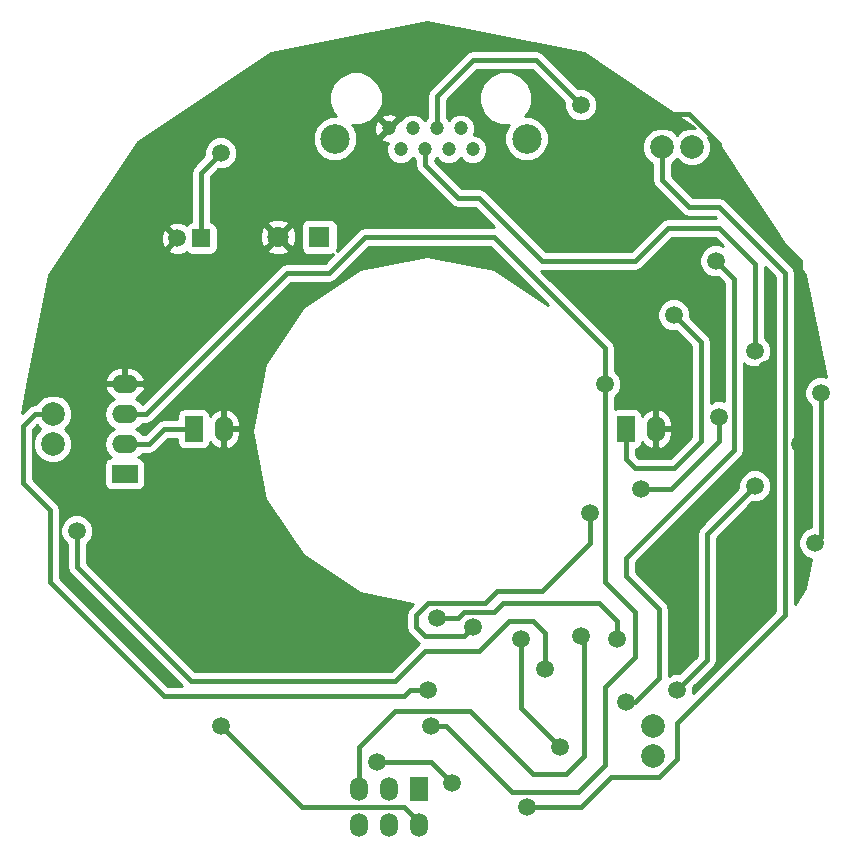
<source format=gbl>
G04 #@! TF.FileFunction,Copper,L2,Bot,Signal*
%FSLAX46Y46*%
G04 Gerber Fmt 4.6, Leading zero omitted, Abs format (unit mm)*
G04 Created by KiCad (PCBNEW 4.0.6) date 02/02/18 10:13:16*
%MOMM*%
%LPD*%
G01*
G04 APERTURE LIST*
%ADD10C,0.100000*%
%ADD11R,1.800000X1.800000*%
%ADD12C,1.800000*%
%ADD13C,1.998980*%
%ADD14R,1.524000X1.998980*%
%ADD15O,1.524000X1.998980*%
%ADD16R,1.524000X2.199640*%
%ADD17O,1.524000X2.199640*%
%ADD18R,1.500000X1.500000*%
%ADD19C,1.500000*%
%ADD20C,1.198880*%
%ADD21C,2.499360*%
%ADD22R,2.199640X1.524000*%
%ADD23O,2.199640X1.524000*%
%ADD24C,0.400000*%
%ADD25C,0.254000*%
G04 APERTURE END LIST*
D10*
D11*
X40866000Y-33528000D03*
D12*
X37366000Y-33528000D03*
D13*
X72390000Y-25908000D03*
X69850000Y-25908000D03*
X18288000Y-51054000D03*
X18288000Y-48514000D03*
D14*
X49276000Y-80269080D03*
D15*
X49276000Y-83306920D03*
X46736000Y-80269080D03*
X46736000Y-83306920D03*
X44196000Y-80269080D03*
X44196000Y-83306920D03*
D16*
X66802000Y-49784000D03*
D17*
X69342000Y-49784000D03*
D16*
X30226000Y-49784000D03*
D17*
X32766000Y-49784000D03*
D18*
X30845000Y-33655000D03*
D19*
X28845000Y-33655000D03*
D13*
X69088000Y-77470000D03*
X69088000Y-74930000D03*
D20*
X48770540Y-24328120D03*
X46741080Y-24328120D03*
X47754540Y-26108660D03*
X49784000Y-26108660D03*
X50800000Y-24328120D03*
X51813460Y-26108660D03*
X52829460Y-24328120D03*
X53842920Y-26108660D03*
D21*
X58412380Y-25217120D03*
X42171620Y-25217120D03*
D22*
X24384000Y-53594000D03*
D23*
X24384000Y-51054000D03*
X24384000Y-48514000D03*
X24384000Y-45974000D03*
D19*
X32512000Y-74930000D03*
X71120000Y-71882000D03*
X77724000Y-54610000D03*
X32512000Y-26416000D03*
X74422000Y-39370000D03*
X67056000Y-40894000D03*
X32512000Y-68326000D03*
X42926000Y-63500000D03*
X78740000Y-44704000D03*
X78232000Y-61722000D03*
X68580000Y-61722000D03*
X77724000Y-52578000D03*
X81534000Y-51054000D03*
X60706000Y-33528000D03*
X58420000Y-81788000D03*
X50038000Y-71882000D03*
X50800000Y-65786000D03*
X66040000Y-67564000D03*
X52070000Y-79756000D03*
X45720000Y-77978000D03*
X62992000Y-67310000D03*
X77724000Y-43180000D03*
X83312000Y-46736000D03*
X82804000Y-59436000D03*
X62992000Y-22352000D03*
X70866000Y-40132000D03*
X65024000Y-45974000D03*
X50292000Y-74930000D03*
X74422000Y-35560000D03*
X66802000Y-72898000D03*
X20320000Y-58420000D03*
X59944000Y-70104000D03*
X74676000Y-48768000D03*
X68072000Y-54864000D03*
X63754000Y-56896000D03*
X53848000Y-66548000D03*
X61214000Y-76708000D03*
X57912000Y-67564000D03*
D24*
X49276000Y-83058000D02*
X48006000Y-81788000D01*
X39370000Y-81788000D02*
X32512000Y-74930000D01*
X48006000Y-81788000D02*
X39370000Y-81788000D01*
X73660000Y-69342000D02*
X71120000Y-71882000D01*
X73660000Y-58674000D02*
X73660000Y-69342000D01*
X77724000Y-54610000D02*
X73660000Y-58674000D01*
X30845000Y-28083000D02*
X30845000Y-33655000D01*
X32512000Y-26416000D02*
X30845000Y-28083000D01*
X67056000Y-39878000D02*
X67056000Y-40894000D01*
X69596000Y-37338000D02*
X67056000Y-39878000D01*
X72390000Y-37338000D02*
X69596000Y-37338000D01*
X74422000Y-39370000D02*
X72390000Y-37338000D01*
X69342000Y-49784000D02*
X69342000Y-43180000D01*
X69342000Y-43180000D02*
X67056000Y-40894000D01*
X37338000Y-63500000D02*
X32512000Y-68326000D01*
X42926000Y-63500000D02*
X37338000Y-63500000D01*
X77724000Y-45720000D02*
X77724000Y-52578000D01*
X78740000Y-44704000D02*
X77724000Y-45720000D01*
X78232000Y-61722000D02*
X79248000Y-60706000D01*
X79248000Y-60706000D02*
X79248000Y-53594000D01*
X79248000Y-53594000D02*
X78232000Y-52578000D01*
X78232000Y-52578000D02*
X77724000Y-52578000D01*
X77724000Y-52578000D02*
X68580000Y-61722000D01*
X81534000Y-51054000D02*
X81534000Y-35560000D01*
X62484000Y-31750000D02*
X60706000Y-33528000D01*
X62484000Y-28956000D02*
X62484000Y-31750000D01*
X68326000Y-23114000D02*
X62484000Y-28956000D01*
X72136000Y-23114000D02*
X68326000Y-23114000D01*
X74676000Y-25654000D02*
X72136000Y-23114000D01*
X74676000Y-28702000D02*
X74676000Y-25654000D01*
X81534000Y-35560000D02*
X74676000Y-28702000D01*
X69850000Y-28702000D02*
X72136000Y-30988000D01*
X72136000Y-30988000D02*
X74676000Y-30988000D01*
X74676000Y-30988000D02*
X80264000Y-36576000D01*
X80264000Y-36576000D02*
X80264000Y-65532000D01*
X80264000Y-65532000D02*
X71120000Y-74676000D01*
X71120000Y-74676000D02*
X71120000Y-77724000D01*
X71120000Y-77724000D02*
X69596000Y-79248000D01*
X69596000Y-79248000D02*
X65532000Y-79248000D01*
X65532000Y-79248000D02*
X62992000Y-81788000D01*
X62992000Y-81788000D02*
X58420000Y-81788000D01*
X69850000Y-28702000D02*
X69850000Y-25908000D01*
X16764000Y-48514000D02*
X18288000Y-48514000D01*
X15748000Y-49530000D02*
X16764000Y-48514000D01*
X15748000Y-54356000D02*
X15748000Y-49530000D01*
X18034000Y-56642000D02*
X15748000Y-54356000D01*
X18034000Y-62738000D02*
X18034000Y-56642000D01*
X27686000Y-72390000D02*
X18034000Y-62738000D01*
X48006000Y-72390000D02*
X27686000Y-72390000D01*
X48514000Y-71882000D02*
X48006000Y-72390000D01*
X50038000Y-71882000D02*
X48514000Y-71882000D01*
X56388000Y-64516000D02*
X55626000Y-65278000D01*
X55626000Y-65278000D02*
X53086000Y-65278000D01*
X50800000Y-65786000D02*
X52578000Y-65786000D01*
X52578000Y-65786000D02*
X53086000Y-65278000D01*
X66040000Y-66040000D02*
X66040000Y-67564000D01*
X64516000Y-64516000D02*
X66040000Y-66040000D01*
X56388000Y-64516000D02*
X64516000Y-64516000D01*
X66040000Y-67564000D02*
X66040000Y-67056000D01*
X50292000Y-77978000D02*
X52070000Y-79756000D01*
X45720000Y-77978000D02*
X50292000Y-77978000D01*
X63246000Y-70612000D02*
X63246000Y-67564000D01*
X63246000Y-67564000D02*
X62992000Y-67310000D01*
X51054000Y-73660000D02*
X53594000Y-73660000D01*
X44196000Y-76708000D02*
X47244000Y-73660000D01*
X44196000Y-80518000D02*
X44196000Y-76708000D01*
X51054000Y-73660000D02*
X47244000Y-73660000D01*
X63246000Y-77470000D02*
X63246000Y-70612000D01*
X61722000Y-78994000D02*
X63246000Y-77470000D01*
X58928000Y-78994000D02*
X61722000Y-78994000D01*
X53594000Y-73660000D02*
X58928000Y-78994000D01*
X59690000Y-35560000D02*
X54356000Y-30226000D01*
X83312000Y-57404000D02*
X83312000Y-58928000D01*
X77724000Y-35814000D02*
X77724000Y-43180000D01*
X74676000Y-32766000D02*
X77724000Y-35814000D01*
X70358000Y-32766000D02*
X74676000Y-32766000D01*
X67564000Y-35560000D02*
X70358000Y-32766000D01*
X59690000Y-35560000D02*
X67564000Y-35560000D01*
X83312000Y-46736000D02*
X83312000Y-57404000D01*
X83312000Y-58928000D02*
X82804000Y-59436000D01*
X49784000Y-27432000D02*
X52578000Y-30226000D01*
X52578000Y-30226000D02*
X54356000Y-30226000D01*
X49784000Y-27432000D02*
X49784000Y-26108660D01*
X49784000Y-26108660D02*
X49784000Y-26416000D01*
X50800000Y-24328120D02*
X50800000Y-21590000D01*
X59182000Y-18542000D02*
X62992000Y-22352000D01*
X53848000Y-18542000D02*
X59182000Y-18542000D01*
X50800000Y-21590000D02*
X53848000Y-18542000D01*
X66802000Y-49784000D02*
X66802000Y-52324000D01*
X73152000Y-42418000D02*
X70866000Y-40132000D01*
X73152000Y-50800000D02*
X73152000Y-42418000D01*
X70866000Y-53086000D02*
X73152000Y-50800000D01*
X67564000Y-53086000D02*
X70866000Y-53086000D01*
X66802000Y-52324000D02*
X67564000Y-53086000D01*
X30226000Y-49784000D02*
X27686000Y-49784000D01*
X26416000Y-51054000D02*
X24384000Y-51054000D01*
X27686000Y-49784000D02*
X26416000Y-51054000D01*
X65024000Y-62738000D02*
X65024000Y-45974000D01*
X65024000Y-62738000D02*
X67564000Y-65278000D01*
X65024000Y-78232000D02*
X65024000Y-71628000D01*
X62738000Y-80518000D02*
X65024000Y-78232000D01*
X57150000Y-80518000D02*
X62738000Y-80518000D01*
X51562000Y-74930000D02*
X57150000Y-80518000D01*
X50292000Y-74930000D02*
X51562000Y-74930000D01*
X67564000Y-65278000D02*
X67564000Y-69088000D01*
X67564000Y-69088000D02*
X65024000Y-71628000D01*
X65024000Y-45974000D02*
X65024000Y-42926000D01*
X65024000Y-42926000D02*
X64770000Y-42672000D01*
X54864000Y-33528000D02*
X55626000Y-33528000D01*
X26162000Y-48514000D02*
X38100000Y-36576000D01*
X38100000Y-36576000D02*
X41656000Y-36576000D01*
X41656000Y-36576000D02*
X44704000Y-33528000D01*
X44704000Y-33528000D02*
X54864000Y-33528000D01*
X26162000Y-48514000D02*
X24384000Y-48514000D01*
X55626000Y-33528000D02*
X64770000Y-42672000D01*
X74422000Y-35560000D02*
X75946000Y-37084000D01*
X75946000Y-51562000D02*
X66802000Y-60706000D01*
X75946000Y-37084000D02*
X75946000Y-51562000D01*
X69596000Y-70866000D02*
X67564000Y-72898000D01*
X66802000Y-60706000D02*
X66802000Y-62230000D01*
X66802000Y-62230000D02*
X69596000Y-65024000D01*
X69596000Y-65024000D02*
X69596000Y-70866000D01*
X67564000Y-72898000D02*
X66802000Y-72898000D01*
X59944000Y-70104000D02*
X59944000Y-67056000D01*
X54356000Y-68580000D02*
X49784000Y-68580000D01*
X56896000Y-66040000D02*
X54356000Y-68580000D01*
X58928000Y-66040000D02*
X56896000Y-66040000D01*
X59944000Y-67056000D02*
X58928000Y-66040000D01*
X20320000Y-61468000D02*
X20320000Y-58420000D01*
X29972000Y-71120000D02*
X20320000Y-61468000D01*
X47244000Y-71120000D02*
X29972000Y-71120000D01*
X49784000Y-68580000D02*
X47244000Y-71120000D01*
X74676000Y-50800000D02*
X74676000Y-48768000D01*
X70612000Y-54864000D02*
X74676000Y-50800000D01*
X68072000Y-54864000D02*
X70612000Y-54864000D01*
X63754000Y-59436000D02*
X63754000Y-56896000D01*
X59690000Y-63500000D02*
X63754000Y-59436000D01*
X55880000Y-63500000D02*
X59690000Y-63500000D01*
X54864000Y-64516000D02*
X55880000Y-63500000D01*
X50038000Y-64516000D02*
X54864000Y-64516000D01*
X49022000Y-65532000D02*
X50038000Y-64516000D01*
X49022000Y-66548000D02*
X49022000Y-65532000D01*
X49784000Y-67310000D02*
X49022000Y-66548000D01*
X53086000Y-67310000D02*
X49784000Y-67310000D01*
X53848000Y-66548000D02*
X53086000Y-67310000D01*
X57912000Y-73406000D02*
X57912000Y-67564000D01*
X61214000Y-76708000D02*
X57912000Y-73406000D01*
D25*
G36*
X79429000Y-36921868D02*
X79429000Y-65186132D01*
X72504801Y-72110331D01*
X72505179Y-71677689D01*
X74250434Y-69932434D01*
X74299208Y-69859439D01*
X74431439Y-69661541D01*
X74495000Y-69342000D01*
X74495000Y-59019868D01*
X77520045Y-55994823D01*
X77998285Y-55995240D01*
X78507515Y-55784831D01*
X78897461Y-55395564D01*
X79108759Y-54886702D01*
X79109240Y-54335715D01*
X78898831Y-53826485D01*
X78509564Y-53436539D01*
X78000702Y-53225241D01*
X77449715Y-53224760D01*
X76940485Y-53435169D01*
X76550539Y-53824436D01*
X76339241Y-54333298D01*
X76338821Y-54814311D01*
X73069566Y-58083566D01*
X72888561Y-58354459D01*
X72825000Y-58674000D01*
X72825000Y-68996132D01*
X71323955Y-70497177D01*
X70845715Y-70496760D01*
X70431000Y-70668116D01*
X70431000Y-65024000D01*
X70417963Y-64958459D01*
X70367440Y-64704460D01*
X70186434Y-64433566D01*
X67637000Y-61884132D01*
X67637000Y-61051868D01*
X76536434Y-52152434D01*
X76717439Y-51881541D01*
X76781000Y-51562000D01*
X76781000Y-44195750D01*
X76938436Y-44353461D01*
X77447298Y-44564759D01*
X77998285Y-44565240D01*
X78507515Y-44354831D01*
X78897461Y-43965564D01*
X79108759Y-43456702D01*
X79109240Y-42905715D01*
X78898831Y-42396485D01*
X78559000Y-42056061D01*
X78559000Y-36051868D01*
X79429000Y-36921868D01*
X79429000Y-36921868D01*
G37*
X79429000Y-36921868D02*
X79429000Y-65186132D01*
X72504801Y-72110331D01*
X72505179Y-71677689D01*
X74250434Y-69932434D01*
X74299208Y-69859439D01*
X74431439Y-69661541D01*
X74495000Y-69342000D01*
X74495000Y-59019868D01*
X77520045Y-55994823D01*
X77998285Y-55995240D01*
X78507515Y-55784831D01*
X78897461Y-55395564D01*
X79108759Y-54886702D01*
X79109240Y-54335715D01*
X78898831Y-53826485D01*
X78509564Y-53436539D01*
X78000702Y-53225241D01*
X77449715Y-53224760D01*
X76940485Y-53435169D01*
X76550539Y-53824436D01*
X76339241Y-54333298D01*
X76338821Y-54814311D01*
X73069566Y-58083566D01*
X72888561Y-58354459D01*
X72825000Y-58674000D01*
X72825000Y-68996132D01*
X71323955Y-70497177D01*
X70845715Y-70496760D01*
X70431000Y-70668116D01*
X70431000Y-65024000D01*
X70417963Y-64958459D01*
X70367440Y-64704460D01*
X70186434Y-64433566D01*
X67637000Y-61884132D01*
X67637000Y-61051868D01*
X76536434Y-52152434D01*
X76717439Y-51881541D01*
X76781000Y-51562000D01*
X76781000Y-44195750D01*
X76938436Y-44353461D01*
X77447298Y-44564759D01*
X77998285Y-44565240D01*
X78507515Y-44354831D01*
X78897461Y-43965564D01*
X79108759Y-43456702D01*
X79109240Y-42905715D01*
X78898831Y-42396485D01*
X78559000Y-42056061D01*
X78559000Y-36051868D01*
X79429000Y-36921868D01*
G36*
X63258197Y-17991880D02*
X72659671Y-24273744D01*
X72066306Y-24273226D01*
X71465345Y-24521538D01*
X71119801Y-24866480D01*
X70777073Y-24523154D01*
X70176547Y-24273794D01*
X69526306Y-24273226D01*
X68925345Y-24521538D01*
X68465154Y-24980927D01*
X68215794Y-25581453D01*
X68215226Y-26231694D01*
X68463538Y-26832655D01*
X68922927Y-27292846D01*
X69015000Y-27331078D01*
X69015000Y-28702000D01*
X69078561Y-29021541D01*
X69259566Y-29292434D01*
X71545566Y-31578434D01*
X71816459Y-31759439D01*
X72136000Y-31823000D01*
X74330132Y-31823000D01*
X74438132Y-31931000D01*
X70358000Y-31931000D01*
X70038460Y-31994560D01*
X69767566Y-32175566D01*
X67218132Y-34725000D01*
X60035868Y-34725000D01*
X54946434Y-29635566D01*
X54675541Y-29454561D01*
X54356000Y-29391000D01*
X52923868Y-29391000D01*
X50619000Y-27086132D01*
X50619000Y-27019356D01*
X50798978Y-26839693D01*
X51113293Y-27154557D01*
X51566837Y-27342885D01*
X52057928Y-27343314D01*
X52511801Y-27155777D01*
X52828438Y-26839693D01*
X53142753Y-27154557D01*
X53596297Y-27342885D01*
X54087388Y-27343314D01*
X54541261Y-27155777D01*
X54888817Y-26808827D01*
X55077145Y-26355283D01*
X55077574Y-25864192D01*
X54890037Y-25410319D01*
X54543087Y-25062763D01*
X54089543Y-24874435D01*
X53939296Y-24874304D01*
X54063685Y-24574743D01*
X54064114Y-24083652D01*
X53876577Y-23629779D01*
X53529627Y-23282223D01*
X53076083Y-23093895D01*
X52584992Y-23093466D01*
X52131119Y-23281003D01*
X51814482Y-23597087D01*
X51635000Y-23417292D01*
X51635000Y-22235808D01*
X54370848Y-22235808D01*
X54714279Y-23066974D01*
X55349641Y-23703446D01*
X56180206Y-24048327D01*
X56914904Y-24048968D01*
X56815558Y-24148141D01*
X56528028Y-24840589D01*
X56527374Y-25590361D01*
X56813694Y-26283311D01*
X57343401Y-26813942D01*
X58035849Y-27101472D01*
X58785621Y-27102126D01*
X59478571Y-26815806D01*
X60009202Y-26286099D01*
X60296732Y-25593651D01*
X60297386Y-24843879D01*
X60011066Y-24150929D01*
X59481359Y-23620298D01*
X58788911Y-23332768D01*
X58284699Y-23332328D01*
X58547166Y-23070319D01*
X58892047Y-22239754D01*
X58892832Y-21340432D01*
X58549401Y-20509266D01*
X57914039Y-19872794D01*
X57083474Y-19527913D01*
X56184152Y-19527128D01*
X55352986Y-19870559D01*
X54716514Y-20505921D01*
X54371633Y-21336486D01*
X54370848Y-22235808D01*
X51635000Y-22235808D01*
X51635000Y-21935868D01*
X54193868Y-19377000D01*
X58836132Y-19377000D01*
X61607177Y-22148045D01*
X61606760Y-22626285D01*
X61817169Y-23135515D01*
X62206436Y-23525461D01*
X62715298Y-23736759D01*
X63266285Y-23737240D01*
X63775515Y-23526831D01*
X64165461Y-23137564D01*
X64376759Y-22628702D01*
X64377240Y-22077715D01*
X64166831Y-21568485D01*
X63777564Y-21178539D01*
X63268702Y-20967241D01*
X62787689Y-20966821D01*
X59772434Y-17951566D01*
X59501541Y-17770561D01*
X59182000Y-17707000D01*
X53848000Y-17707000D01*
X53528459Y-17770561D01*
X53257566Y-17951566D01*
X50209566Y-20999566D01*
X50028561Y-21270459D01*
X49965000Y-21590000D01*
X49965000Y-23417424D01*
X49785022Y-23597087D01*
X49470707Y-23282223D01*
X49017163Y-23093895D01*
X48526072Y-23093466D01*
X48072199Y-23281003D01*
X47724643Y-23627953D01*
X47707882Y-23668317D01*
X47603409Y-23645396D01*
X46920685Y-24328120D01*
X46934828Y-24342263D01*
X46755223Y-24521868D01*
X46741080Y-24507725D01*
X46058356Y-25190449D01*
X46107801Y-25415820D01*
X46572251Y-25575369D01*
X46641120Y-25571107D01*
X46520315Y-25862037D01*
X46519886Y-26353128D01*
X46707423Y-26807001D01*
X47054373Y-27154557D01*
X47507917Y-27342885D01*
X47999008Y-27343314D01*
X48452881Y-27155777D01*
X48769518Y-26839693D01*
X48949000Y-27019488D01*
X48949000Y-27432000D01*
X49012561Y-27751541D01*
X49193566Y-28022434D01*
X51987566Y-30816434D01*
X52258460Y-30997440D01*
X52578000Y-31061000D01*
X54010132Y-31061000D01*
X55646138Y-32697006D01*
X55626000Y-32693000D01*
X44704000Y-32693000D01*
X44384459Y-32756561D01*
X44113566Y-32937566D01*
X42343423Y-34707709D01*
X42362431Y-34679890D01*
X42413440Y-34428000D01*
X42413440Y-32628000D01*
X42369162Y-32392683D01*
X42230090Y-32176559D01*
X42017890Y-32031569D01*
X41766000Y-31980560D01*
X39966000Y-31980560D01*
X39730683Y-32024838D01*
X39514559Y-32163910D01*
X39369569Y-32376110D01*
X39318560Y-32628000D01*
X39318560Y-34428000D01*
X39362838Y-34663317D01*
X39501910Y-34879441D01*
X39714110Y-35024431D01*
X39966000Y-35075440D01*
X41766000Y-35075440D01*
X42001317Y-35031162D01*
X42053637Y-34997495D01*
X41310132Y-35741000D01*
X38100000Y-35741000D01*
X37780460Y-35804560D01*
X37509566Y-35985565D01*
X25833888Y-47661244D01*
X25743635Y-47526172D01*
X25308394Y-47235353D01*
X25373761Y-47216059D01*
X25799450Y-46872026D01*
X26061080Y-46391277D01*
X26076040Y-46317070D01*
X25953540Y-46101000D01*
X24511000Y-46101000D01*
X24511000Y-46121000D01*
X24257000Y-46121000D01*
X24257000Y-46101000D01*
X22814460Y-46101000D01*
X22691960Y-46317070D01*
X22706920Y-46391277D01*
X22968550Y-46872026D01*
X23394239Y-47216059D01*
X23459606Y-47235353D01*
X23024365Y-47526172D01*
X22721533Y-47979391D01*
X22615193Y-48514000D01*
X22721533Y-49048609D01*
X23024365Y-49501828D01*
X23446664Y-49784000D01*
X23024365Y-50066172D01*
X22721533Y-50519391D01*
X22615193Y-51054000D01*
X22721533Y-51588609D01*
X23024365Y-52041828D01*
X23248130Y-52191343D01*
X23048863Y-52228838D01*
X22832739Y-52367910D01*
X22687749Y-52580110D01*
X22636740Y-52832000D01*
X22636740Y-54356000D01*
X22681018Y-54591317D01*
X22820090Y-54807441D01*
X23032290Y-54952431D01*
X23284180Y-55003440D01*
X25483820Y-55003440D01*
X25719137Y-54959162D01*
X25935261Y-54820090D01*
X26080251Y-54607890D01*
X26131260Y-54356000D01*
X26131260Y-52832000D01*
X26086982Y-52596683D01*
X25947910Y-52380559D01*
X25735710Y-52235569D01*
X25519276Y-52191740D01*
X25743635Y-52041828D01*
X25845752Y-51889000D01*
X26416000Y-51889000D01*
X26735541Y-51825439D01*
X27006434Y-51644434D01*
X28031868Y-50619000D01*
X28816560Y-50619000D01*
X28816560Y-50883820D01*
X28860838Y-51119137D01*
X28999910Y-51335261D01*
X29212110Y-51480251D01*
X29464000Y-51531260D01*
X30988000Y-51531260D01*
X31223317Y-51486982D01*
X31439441Y-51347910D01*
X31584431Y-51135710D01*
X31630921Y-50906133D01*
X31867974Y-51199450D01*
X32348723Y-51461080D01*
X32422930Y-51476040D01*
X32639000Y-51353540D01*
X32639000Y-49911000D01*
X32893000Y-49911000D01*
X32893000Y-51353540D01*
X33109070Y-51476040D01*
X33183277Y-51461080D01*
X33664026Y-51199450D01*
X34008059Y-50773761D01*
X34163000Y-50248820D01*
X34163000Y-49911000D01*
X32893000Y-49911000D01*
X32639000Y-49911000D01*
X32619000Y-49911000D01*
X32619000Y-49657000D01*
X32639000Y-49657000D01*
X32639000Y-48214460D01*
X32893000Y-48214460D01*
X32893000Y-49657000D01*
X34163000Y-49657000D01*
X34163000Y-49319180D01*
X34008059Y-48794239D01*
X33664026Y-48368550D01*
X33183277Y-48106920D01*
X33109070Y-48091960D01*
X32893000Y-48214460D01*
X32639000Y-48214460D01*
X32422930Y-48091960D01*
X32348723Y-48106920D01*
X31867974Y-48368550D01*
X31631181Y-48661546D01*
X31591162Y-48448863D01*
X31452090Y-48232739D01*
X31239890Y-48087749D01*
X30988000Y-48036740D01*
X29464000Y-48036740D01*
X29228683Y-48081018D01*
X29012559Y-48220090D01*
X28867569Y-48432290D01*
X28816560Y-48684180D01*
X28816560Y-48949000D01*
X27686000Y-48949000D01*
X27366459Y-49012561D01*
X27095566Y-49193566D01*
X26070132Y-50219000D01*
X25845752Y-50219000D01*
X25743635Y-50066172D01*
X25321336Y-49784000D01*
X25743635Y-49501828D01*
X25845752Y-49349000D01*
X26162000Y-49349000D01*
X26481541Y-49285439D01*
X26752434Y-49104434D01*
X38445869Y-37411000D01*
X41656000Y-37411000D01*
X41975541Y-37347439D01*
X42246434Y-37166434D01*
X45049868Y-34363000D01*
X55280132Y-34363000D01*
X60239977Y-39322845D01*
X55683666Y-36278416D01*
X50000000Y-35147864D01*
X44316334Y-36278416D01*
X39497954Y-39497954D01*
X36278416Y-44316334D01*
X35147864Y-50000000D01*
X36278416Y-55683666D01*
X39497954Y-60502046D01*
X44316334Y-63721584D01*
X48766379Y-64606753D01*
X48431566Y-64941566D01*
X48250561Y-65212459D01*
X48187000Y-65532000D01*
X48187000Y-66548000D01*
X48250561Y-66867541D01*
X48431566Y-67138434D01*
X49193566Y-67900434D01*
X49260264Y-67945000D01*
X49193566Y-67989566D01*
X46898132Y-70285000D01*
X30317868Y-70285000D01*
X21155000Y-61122132D01*
X21155000Y-59543436D01*
X21493461Y-59205564D01*
X21704759Y-58696702D01*
X21705240Y-58145715D01*
X21494831Y-57636485D01*
X21105564Y-57246539D01*
X20596702Y-57035241D01*
X20045715Y-57034760D01*
X19536485Y-57245169D01*
X19146539Y-57634436D01*
X18935241Y-58143298D01*
X18934760Y-58694285D01*
X19145169Y-59203515D01*
X19485000Y-59543939D01*
X19485000Y-61468000D01*
X19548561Y-61787541D01*
X19729566Y-62058434D01*
X29226132Y-71555000D01*
X28031868Y-71555000D01*
X18869000Y-62392132D01*
X18869000Y-56642000D01*
X18805439Y-56322459D01*
X18624434Y-56051566D01*
X16583000Y-54010132D01*
X16583000Y-49875868D01*
X16960824Y-49498044D01*
X17246480Y-49784199D01*
X16903154Y-50126927D01*
X16653794Y-50727453D01*
X16653226Y-51377694D01*
X16901538Y-51978655D01*
X17360927Y-52438846D01*
X17961453Y-52688206D01*
X18611694Y-52688774D01*
X19212655Y-52440462D01*
X19672846Y-51981073D01*
X19922206Y-51380547D01*
X19922774Y-50730306D01*
X19674462Y-50129345D01*
X19329520Y-49783801D01*
X19672846Y-49441073D01*
X19922206Y-48840547D01*
X19922774Y-48190306D01*
X19674462Y-47589345D01*
X19215073Y-47129154D01*
X18614547Y-46879794D01*
X17964306Y-46879226D01*
X17363345Y-47127538D01*
X16903154Y-47586927D01*
X16864922Y-47679000D01*
X16764000Y-47679000D01*
X16444459Y-47742561D01*
X16194676Y-47909461D01*
X16173566Y-47923566D01*
X15666909Y-48430223D01*
X16223722Y-45630930D01*
X22691960Y-45630930D01*
X22814460Y-45847000D01*
X24257000Y-45847000D01*
X24257000Y-44577000D01*
X24511000Y-44577000D01*
X24511000Y-45847000D01*
X25953540Y-45847000D01*
X26076040Y-45630930D01*
X26061080Y-45556723D01*
X25799450Y-45075974D01*
X25373761Y-44731941D01*
X24848820Y-44577000D01*
X24511000Y-44577000D01*
X24257000Y-44577000D01*
X23919180Y-44577000D01*
X23394239Y-44731941D01*
X22968550Y-45075974D01*
X22706920Y-45556723D01*
X22691960Y-45630930D01*
X16223722Y-45630930D01*
X17991880Y-36741803D01*
X20191278Y-33450171D01*
X27447799Y-33450171D01*
X27475770Y-34000448D01*
X27632540Y-34378923D01*
X27873483Y-34446912D01*
X28665395Y-33655000D01*
X27873483Y-32863088D01*
X27632540Y-32931077D01*
X27447799Y-33450171D01*
X20191278Y-33450171D01*
X20703562Y-32683483D01*
X28053088Y-32683483D01*
X28845000Y-33475395D01*
X28859143Y-33461253D01*
X29038748Y-33640858D01*
X29024605Y-33655000D01*
X29038748Y-33669143D01*
X28859143Y-33848748D01*
X28845000Y-33834605D01*
X28053088Y-34626517D01*
X28121077Y-34867460D01*
X28640171Y-35052201D01*
X29190448Y-35024230D01*
X29568923Y-34867460D01*
X29589981Y-34792835D01*
X29630910Y-34856441D01*
X29843110Y-35001431D01*
X30095000Y-35052440D01*
X31595000Y-35052440D01*
X31830317Y-35008162D01*
X32046441Y-34869090D01*
X32191431Y-34656890D01*
X32201299Y-34608159D01*
X36465446Y-34608159D01*
X36551852Y-34864643D01*
X37125336Y-35074458D01*
X37735460Y-35048839D01*
X38180148Y-34864643D01*
X38266554Y-34608159D01*
X37366000Y-33707605D01*
X36465446Y-34608159D01*
X32201299Y-34608159D01*
X32242440Y-34405000D01*
X32242440Y-33287336D01*
X35819542Y-33287336D01*
X35845161Y-33897460D01*
X36029357Y-34342148D01*
X36285841Y-34428554D01*
X37186395Y-33528000D01*
X37545605Y-33528000D01*
X38446159Y-34428554D01*
X38702643Y-34342148D01*
X38912458Y-33768664D01*
X38886839Y-33158540D01*
X38702643Y-32713852D01*
X38446159Y-32627446D01*
X37545605Y-33528000D01*
X37186395Y-33528000D01*
X36285841Y-32627446D01*
X36029357Y-32713852D01*
X35819542Y-33287336D01*
X32242440Y-33287336D01*
X32242440Y-32905000D01*
X32198162Y-32669683D01*
X32059090Y-32453559D01*
X32050722Y-32447841D01*
X36465446Y-32447841D01*
X37366000Y-33348395D01*
X38266554Y-32447841D01*
X38180148Y-32191357D01*
X37606664Y-31981542D01*
X36996540Y-32007161D01*
X36551852Y-32191357D01*
X36465446Y-32447841D01*
X32050722Y-32447841D01*
X31846890Y-32308569D01*
X31680000Y-32274773D01*
X31680000Y-28428868D01*
X32308045Y-27800823D01*
X32786285Y-27801240D01*
X33295515Y-27590831D01*
X33685461Y-27201564D01*
X33896759Y-26692702D01*
X33897240Y-26141715D01*
X33686831Y-25632485D01*
X33644781Y-25590361D01*
X40286614Y-25590361D01*
X40572934Y-26283311D01*
X41102641Y-26813942D01*
X41795089Y-27101472D01*
X42544861Y-27102126D01*
X43237811Y-26815806D01*
X43768442Y-26286099D01*
X44055972Y-25593651D01*
X44056626Y-24843879D01*
X43773762Y-24159291D01*
X45493831Y-24159291D01*
X45524164Y-24649444D01*
X45653380Y-24961399D01*
X45878751Y-25010844D01*
X46561475Y-24328120D01*
X45878751Y-23645396D01*
X45653380Y-23694841D01*
X45493831Y-24159291D01*
X43773762Y-24159291D01*
X43770306Y-24150929D01*
X43668029Y-24048473D01*
X44399848Y-24049112D01*
X45231014Y-23705681D01*
X45471323Y-23465791D01*
X46058356Y-23465791D01*
X46741080Y-24148515D01*
X47423804Y-23465791D01*
X47374359Y-23240420D01*
X46909909Y-23080871D01*
X46419756Y-23111204D01*
X46107801Y-23240420D01*
X46058356Y-23465791D01*
X45471323Y-23465791D01*
X45867486Y-23070319D01*
X46212367Y-22239754D01*
X46213152Y-21340432D01*
X45869721Y-20509266D01*
X45234359Y-19872794D01*
X44403794Y-19527913D01*
X43504472Y-19527128D01*
X42673306Y-19870559D01*
X42036834Y-20505921D01*
X41691953Y-21336486D01*
X41691168Y-22235808D01*
X42034599Y-23066974D01*
X42299713Y-23332551D01*
X41798379Y-23332114D01*
X41105429Y-23618434D01*
X40574798Y-24148141D01*
X40287268Y-24840589D01*
X40286614Y-25590361D01*
X33644781Y-25590361D01*
X33297564Y-25242539D01*
X32788702Y-25031241D01*
X32237715Y-25030760D01*
X31728485Y-25241169D01*
X31338539Y-25630436D01*
X31127241Y-26139298D01*
X31126821Y-26620311D01*
X30254566Y-27492566D01*
X30073561Y-27763459D01*
X30010000Y-28083000D01*
X30010000Y-32273554D01*
X29859683Y-32301838D01*
X29643559Y-32440910D01*
X29590412Y-32518693D01*
X29568923Y-32442540D01*
X29049829Y-32257799D01*
X28499552Y-32285770D01*
X28121077Y-32442540D01*
X28053088Y-32683483D01*
X20703562Y-32683483D01*
X25502046Y-25502046D01*
X36741803Y-17991880D01*
X50000000Y-15354661D01*
X63258197Y-17991880D01*
X63258197Y-17991880D01*
G37*
X63258197Y-17991880D02*
X72659671Y-24273744D01*
X72066306Y-24273226D01*
X71465345Y-24521538D01*
X71119801Y-24866480D01*
X70777073Y-24523154D01*
X70176547Y-24273794D01*
X69526306Y-24273226D01*
X68925345Y-24521538D01*
X68465154Y-24980927D01*
X68215794Y-25581453D01*
X68215226Y-26231694D01*
X68463538Y-26832655D01*
X68922927Y-27292846D01*
X69015000Y-27331078D01*
X69015000Y-28702000D01*
X69078561Y-29021541D01*
X69259566Y-29292434D01*
X71545566Y-31578434D01*
X71816459Y-31759439D01*
X72136000Y-31823000D01*
X74330132Y-31823000D01*
X74438132Y-31931000D01*
X70358000Y-31931000D01*
X70038460Y-31994560D01*
X69767566Y-32175566D01*
X67218132Y-34725000D01*
X60035868Y-34725000D01*
X54946434Y-29635566D01*
X54675541Y-29454561D01*
X54356000Y-29391000D01*
X52923868Y-29391000D01*
X50619000Y-27086132D01*
X50619000Y-27019356D01*
X50798978Y-26839693D01*
X51113293Y-27154557D01*
X51566837Y-27342885D01*
X52057928Y-27343314D01*
X52511801Y-27155777D01*
X52828438Y-26839693D01*
X53142753Y-27154557D01*
X53596297Y-27342885D01*
X54087388Y-27343314D01*
X54541261Y-27155777D01*
X54888817Y-26808827D01*
X55077145Y-26355283D01*
X55077574Y-25864192D01*
X54890037Y-25410319D01*
X54543087Y-25062763D01*
X54089543Y-24874435D01*
X53939296Y-24874304D01*
X54063685Y-24574743D01*
X54064114Y-24083652D01*
X53876577Y-23629779D01*
X53529627Y-23282223D01*
X53076083Y-23093895D01*
X52584992Y-23093466D01*
X52131119Y-23281003D01*
X51814482Y-23597087D01*
X51635000Y-23417292D01*
X51635000Y-22235808D01*
X54370848Y-22235808D01*
X54714279Y-23066974D01*
X55349641Y-23703446D01*
X56180206Y-24048327D01*
X56914904Y-24048968D01*
X56815558Y-24148141D01*
X56528028Y-24840589D01*
X56527374Y-25590361D01*
X56813694Y-26283311D01*
X57343401Y-26813942D01*
X58035849Y-27101472D01*
X58785621Y-27102126D01*
X59478571Y-26815806D01*
X60009202Y-26286099D01*
X60296732Y-25593651D01*
X60297386Y-24843879D01*
X60011066Y-24150929D01*
X59481359Y-23620298D01*
X58788911Y-23332768D01*
X58284699Y-23332328D01*
X58547166Y-23070319D01*
X58892047Y-22239754D01*
X58892832Y-21340432D01*
X58549401Y-20509266D01*
X57914039Y-19872794D01*
X57083474Y-19527913D01*
X56184152Y-19527128D01*
X55352986Y-19870559D01*
X54716514Y-20505921D01*
X54371633Y-21336486D01*
X54370848Y-22235808D01*
X51635000Y-22235808D01*
X51635000Y-21935868D01*
X54193868Y-19377000D01*
X58836132Y-19377000D01*
X61607177Y-22148045D01*
X61606760Y-22626285D01*
X61817169Y-23135515D01*
X62206436Y-23525461D01*
X62715298Y-23736759D01*
X63266285Y-23737240D01*
X63775515Y-23526831D01*
X64165461Y-23137564D01*
X64376759Y-22628702D01*
X64377240Y-22077715D01*
X64166831Y-21568485D01*
X63777564Y-21178539D01*
X63268702Y-20967241D01*
X62787689Y-20966821D01*
X59772434Y-17951566D01*
X59501541Y-17770561D01*
X59182000Y-17707000D01*
X53848000Y-17707000D01*
X53528459Y-17770561D01*
X53257566Y-17951566D01*
X50209566Y-20999566D01*
X50028561Y-21270459D01*
X49965000Y-21590000D01*
X49965000Y-23417424D01*
X49785022Y-23597087D01*
X49470707Y-23282223D01*
X49017163Y-23093895D01*
X48526072Y-23093466D01*
X48072199Y-23281003D01*
X47724643Y-23627953D01*
X47707882Y-23668317D01*
X47603409Y-23645396D01*
X46920685Y-24328120D01*
X46934828Y-24342263D01*
X46755223Y-24521868D01*
X46741080Y-24507725D01*
X46058356Y-25190449D01*
X46107801Y-25415820D01*
X46572251Y-25575369D01*
X46641120Y-25571107D01*
X46520315Y-25862037D01*
X46519886Y-26353128D01*
X46707423Y-26807001D01*
X47054373Y-27154557D01*
X47507917Y-27342885D01*
X47999008Y-27343314D01*
X48452881Y-27155777D01*
X48769518Y-26839693D01*
X48949000Y-27019488D01*
X48949000Y-27432000D01*
X49012561Y-27751541D01*
X49193566Y-28022434D01*
X51987566Y-30816434D01*
X52258460Y-30997440D01*
X52578000Y-31061000D01*
X54010132Y-31061000D01*
X55646138Y-32697006D01*
X55626000Y-32693000D01*
X44704000Y-32693000D01*
X44384459Y-32756561D01*
X44113566Y-32937566D01*
X42343423Y-34707709D01*
X42362431Y-34679890D01*
X42413440Y-34428000D01*
X42413440Y-32628000D01*
X42369162Y-32392683D01*
X42230090Y-32176559D01*
X42017890Y-32031569D01*
X41766000Y-31980560D01*
X39966000Y-31980560D01*
X39730683Y-32024838D01*
X39514559Y-32163910D01*
X39369569Y-32376110D01*
X39318560Y-32628000D01*
X39318560Y-34428000D01*
X39362838Y-34663317D01*
X39501910Y-34879441D01*
X39714110Y-35024431D01*
X39966000Y-35075440D01*
X41766000Y-35075440D01*
X42001317Y-35031162D01*
X42053637Y-34997495D01*
X41310132Y-35741000D01*
X38100000Y-35741000D01*
X37780460Y-35804560D01*
X37509566Y-35985565D01*
X25833888Y-47661244D01*
X25743635Y-47526172D01*
X25308394Y-47235353D01*
X25373761Y-47216059D01*
X25799450Y-46872026D01*
X26061080Y-46391277D01*
X26076040Y-46317070D01*
X25953540Y-46101000D01*
X24511000Y-46101000D01*
X24511000Y-46121000D01*
X24257000Y-46121000D01*
X24257000Y-46101000D01*
X22814460Y-46101000D01*
X22691960Y-46317070D01*
X22706920Y-46391277D01*
X22968550Y-46872026D01*
X23394239Y-47216059D01*
X23459606Y-47235353D01*
X23024365Y-47526172D01*
X22721533Y-47979391D01*
X22615193Y-48514000D01*
X22721533Y-49048609D01*
X23024365Y-49501828D01*
X23446664Y-49784000D01*
X23024365Y-50066172D01*
X22721533Y-50519391D01*
X22615193Y-51054000D01*
X22721533Y-51588609D01*
X23024365Y-52041828D01*
X23248130Y-52191343D01*
X23048863Y-52228838D01*
X22832739Y-52367910D01*
X22687749Y-52580110D01*
X22636740Y-52832000D01*
X22636740Y-54356000D01*
X22681018Y-54591317D01*
X22820090Y-54807441D01*
X23032290Y-54952431D01*
X23284180Y-55003440D01*
X25483820Y-55003440D01*
X25719137Y-54959162D01*
X25935261Y-54820090D01*
X26080251Y-54607890D01*
X26131260Y-54356000D01*
X26131260Y-52832000D01*
X26086982Y-52596683D01*
X25947910Y-52380559D01*
X25735710Y-52235569D01*
X25519276Y-52191740D01*
X25743635Y-52041828D01*
X25845752Y-51889000D01*
X26416000Y-51889000D01*
X26735541Y-51825439D01*
X27006434Y-51644434D01*
X28031868Y-50619000D01*
X28816560Y-50619000D01*
X28816560Y-50883820D01*
X28860838Y-51119137D01*
X28999910Y-51335261D01*
X29212110Y-51480251D01*
X29464000Y-51531260D01*
X30988000Y-51531260D01*
X31223317Y-51486982D01*
X31439441Y-51347910D01*
X31584431Y-51135710D01*
X31630921Y-50906133D01*
X31867974Y-51199450D01*
X32348723Y-51461080D01*
X32422930Y-51476040D01*
X32639000Y-51353540D01*
X32639000Y-49911000D01*
X32893000Y-49911000D01*
X32893000Y-51353540D01*
X33109070Y-51476040D01*
X33183277Y-51461080D01*
X33664026Y-51199450D01*
X34008059Y-50773761D01*
X34163000Y-50248820D01*
X34163000Y-49911000D01*
X32893000Y-49911000D01*
X32639000Y-49911000D01*
X32619000Y-49911000D01*
X32619000Y-49657000D01*
X32639000Y-49657000D01*
X32639000Y-48214460D01*
X32893000Y-48214460D01*
X32893000Y-49657000D01*
X34163000Y-49657000D01*
X34163000Y-49319180D01*
X34008059Y-48794239D01*
X33664026Y-48368550D01*
X33183277Y-48106920D01*
X33109070Y-48091960D01*
X32893000Y-48214460D01*
X32639000Y-48214460D01*
X32422930Y-48091960D01*
X32348723Y-48106920D01*
X31867974Y-48368550D01*
X31631181Y-48661546D01*
X31591162Y-48448863D01*
X31452090Y-48232739D01*
X31239890Y-48087749D01*
X30988000Y-48036740D01*
X29464000Y-48036740D01*
X29228683Y-48081018D01*
X29012559Y-48220090D01*
X28867569Y-48432290D01*
X28816560Y-48684180D01*
X28816560Y-48949000D01*
X27686000Y-48949000D01*
X27366459Y-49012561D01*
X27095566Y-49193566D01*
X26070132Y-50219000D01*
X25845752Y-50219000D01*
X25743635Y-50066172D01*
X25321336Y-49784000D01*
X25743635Y-49501828D01*
X25845752Y-49349000D01*
X26162000Y-49349000D01*
X26481541Y-49285439D01*
X26752434Y-49104434D01*
X38445869Y-37411000D01*
X41656000Y-37411000D01*
X41975541Y-37347439D01*
X42246434Y-37166434D01*
X45049868Y-34363000D01*
X55280132Y-34363000D01*
X60239977Y-39322845D01*
X55683666Y-36278416D01*
X50000000Y-35147864D01*
X44316334Y-36278416D01*
X39497954Y-39497954D01*
X36278416Y-44316334D01*
X35147864Y-50000000D01*
X36278416Y-55683666D01*
X39497954Y-60502046D01*
X44316334Y-63721584D01*
X48766379Y-64606753D01*
X48431566Y-64941566D01*
X48250561Y-65212459D01*
X48187000Y-65532000D01*
X48187000Y-66548000D01*
X48250561Y-66867541D01*
X48431566Y-67138434D01*
X49193566Y-67900434D01*
X49260264Y-67945000D01*
X49193566Y-67989566D01*
X46898132Y-70285000D01*
X30317868Y-70285000D01*
X21155000Y-61122132D01*
X21155000Y-59543436D01*
X21493461Y-59205564D01*
X21704759Y-58696702D01*
X21705240Y-58145715D01*
X21494831Y-57636485D01*
X21105564Y-57246539D01*
X20596702Y-57035241D01*
X20045715Y-57034760D01*
X19536485Y-57245169D01*
X19146539Y-57634436D01*
X18935241Y-58143298D01*
X18934760Y-58694285D01*
X19145169Y-59203515D01*
X19485000Y-59543939D01*
X19485000Y-61468000D01*
X19548561Y-61787541D01*
X19729566Y-62058434D01*
X29226132Y-71555000D01*
X28031868Y-71555000D01*
X18869000Y-62392132D01*
X18869000Y-56642000D01*
X18805439Y-56322459D01*
X18624434Y-56051566D01*
X16583000Y-54010132D01*
X16583000Y-49875868D01*
X16960824Y-49498044D01*
X17246480Y-49784199D01*
X16903154Y-50126927D01*
X16653794Y-50727453D01*
X16653226Y-51377694D01*
X16901538Y-51978655D01*
X17360927Y-52438846D01*
X17961453Y-52688206D01*
X18611694Y-52688774D01*
X19212655Y-52440462D01*
X19672846Y-51981073D01*
X19922206Y-51380547D01*
X19922774Y-50730306D01*
X19674462Y-50129345D01*
X19329520Y-49783801D01*
X19672846Y-49441073D01*
X19922206Y-48840547D01*
X19922774Y-48190306D01*
X19674462Y-47589345D01*
X19215073Y-47129154D01*
X18614547Y-46879794D01*
X17964306Y-46879226D01*
X17363345Y-47127538D01*
X16903154Y-47586927D01*
X16864922Y-47679000D01*
X16764000Y-47679000D01*
X16444459Y-47742561D01*
X16194676Y-47909461D01*
X16173566Y-47923566D01*
X15666909Y-48430223D01*
X16223722Y-45630930D01*
X22691960Y-45630930D01*
X22814460Y-45847000D01*
X24257000Y-45847000D01*
X24257000Y-44577000D01*
X24511000Y-44577000D01*
X24511000Y-45847000D01*
X25953540Y-45847000D01*
X26076040Y-45630930D01*
X26061080Y-45556723D01*
X25799450Y-45075974D01*
X25373761Y-44731941D01*
X24848820Y-44577000D01*
X24511000Y-44577000D01*
X24257000Y-44577000D01*
X23919180Y-44577000D01*
X23394239Y-44731941D01*
X22968550Y-45075974D01*
X22706920Y-45556723D01*
X22691960Y-45630930D01*
X16223722Y-45630930D01*
X17991880Y-36741803D01*
X20191278Y-33450171D01*
X27447799Y-33450171D01*
X27475770Y-34000448D01*
X27632540Y-34378923D01*
X27873483Y-34446912D01*
X28665395Y-33655000D01*
X27873483Y-32863088D01*
X27632540Y-32931077D01*
X27447799Y-33450171D01*
X20191278Y-33450171D01*
X20703562Y-32683483D01*
X28053088Y-32683483D01*
X28845000Y-33475395D01*
X28859143Y-33461253D01*
X29038748Y-33640858D01*
X29024605Y-33655000D01*
X29038748Y-33669143D01*
X28859143Y-33848748D01*
X28845000Y-33834605D01*
X28053088Y-34626517D01*
X28121077Y-34867460D01*
X28640171Y-35052201D01*
X29190448Y-35024230D01*
X29568923Y-34867460D01*
X29589981Y-34792835D01*
X29630910Y-34856441D01*
X29843110Y-35001431D01*
X30095000Y-35052440D01*
X31595000Y-35052440D01*
X31830317Y-35008162D01*
X32046441Y-34869090D01*
X32191431Y-34656890D01*
X32201299Y-34608159D01*
X36465446Y-34608159D01*
X36551852Y-34864643D01*
X37125336Y-35074458D01*
X37735460Y-35048839D01*
X38180148Y-34864643D01*
X38266554Y-34608159D01*
X37366000Y-33707605D01*
X36465446Y-34608159D01*
X32201299Y-34608159D01*
X32242440Y-34405000D01*
X32242440Y-33287336D01*
X35819542Y-33287336D01*
X35845161Y-33897460D01*
X36029357Y-34342148D01*
X36285841Y-34428554D01*
X37186395Y-33528000D01*
X37545605Y-33528000D01*
X38446159Y-34428554D01*
X38702643Y-34342148D01*
X38912458Y-33768664D01*
X38886839Y-33158540D01*
X38702643Y-32713852D01*
X38446159Y-32627446D01*
X37545605Y-33528000D01*
X37186395Y-33528000D01*
X36285841Y-32627446D01*
X36029357Y-32713852D01*
X35819542Y-33287336D01*
X32242440Y-33287336D01*
X32242440Y-32905000D01*
X32198162Y-32669683D01*
X32059090Y-32453559D01*
X32050722Y-32447841D01*
X36465446Y-32447841D01*
X37366000Y-33348395D01*
X38266554Y-32447841D01*
X38180148Y-32191357D01*
X37606664Y-31981542D01*
X36996540Y-32007161D01*
X36551852Y-32191357D01*
X36465446Y-32447841D01*
X32050722Y-32447841D01*
X31846890Y-32308569D01*
X31680000Y-32274773D01*
X31680000Y-28428868D01*
X32308045Y-27800823D01*
X32786285Y-27801240D01*
X33295515Y-27590831D01*
X33685461Y-27201564D01*
X33896759Y-26692702D01*
X33897240Y-26141715D01*
X33686831Y-25632485D01*
X33644781Y-25590361D01*
X40286614Y-25590361D01*
X40572934Y-26283311D01*
X41102641Y-26813942D01*
X41795089Y-27101472D01*
X42544861Y-27102126D01*
X43237811Y-26815806D01*
X43768442Y-26286099D01*
X44055972Y-25593651D01*
X44056626Y-24843879D01*
X43773762Y-24159291D01*
X45493831Y-24159291D01*
X45524164Y-24649444D01*
X45653380Y-24961399D01*
X45878751Y-25010844D01*
X46561475Y-24328120D01*
X45878751Y-23645396D01*
X45653380Y-23694841D01*
X45493831Y-24159291D01*
X43773762Y-24159291D01*
X43770306Y-24150929D01*
X43668029Y-24048473D01*
X44399848Y-24049112D01*
X45231014Y-23705681D01*
X45471323Y-23465791D01*
X46058356Y-23465791D01*
X46741080Y-24148515D01*
X47423804Y-23465791D01*
X47374359Y-23240420D01*
X46909909Y-23080871D01*
X46419756Y-23111204D01*
X46107801Y-23240420D01*
X46058356Y-23465791D01*
X45471323Y-23465791D01*
X45867486Y-23070319D01*
X46212367Y-22239754D01*
X46213152Y-21340432D01*
X45869721Y-20509266D01*
X45234359Y-19872794D01*
X44403794Y-19527913D01*
X43504472Y-19527128D01*
X42673306Y-19870559D01*
X42036834Y-20505921D01*
X41691953Y-21336486D01*
X41691168Y-22235808D01*
X42034599Y-23066974D01*
X42299713Y-23332551D01*
X41798379Y-23332114D01*
X41105429Y-23618434D01*
X40574798Y-24148141D01*
X40287268Y-24840589D01*
X40286614Y-25590361D01*
X33644781Y-25590361D01*
X33297564Y-25242539D01*
X32788702Y-25031241D01*
X32237715Y-25030760D01*
X31728485Y-25241169D01*
X31338539Y-25630436D01*
X31127241Y-26139298D01*
X31126821Y-26620311D01*
X30254566Y-27492566D01*
X30073561Y-27763459D01*
X30010000Y-28083000D01*
X30010000Y-32273554D01*
X29859683Y-32301838D01*
X29643559Y-32440910D01*
X29590412Y-32518693D01*
X29568923Y-32442540D01*
X29049829Y-32257799D01*
X28499552Y-32285770D01*
X28121077Y-32442540D01*
X28053088Y-32683483D01*
X20703562Y-32683483D01*
X25502046Y-25502046D01*
X36741803Y-17991880D01*
X50000000Y-15354661D01*
X63258197Y-17991880D01*
G36*
X74497954Y-25502046D02*
X82008120Y-36741803D01*
X83732522Y-45410960D01*
X83588702Y-45351241D01*
X83037715Y-45350760D01*
X82528485Y-45561169D01*
X82138539Y-45950436D01*
X81927241Y-46459298D01*
X81926760Y-47010285D01*
X82137169Y-47519515D01*
X82477000Y-47859939D01*
X82477000Y-58072541D01*
X82020485Y-58261169D01*
X81630539Y-58650436D01*
X81419241Y-59159298D01*
X81418760Y-59710285D01*
X81629169Y-60219515D01*
X82018436Y-60609461D01*
X82495577Y-60807587D01*
X82008120Y-63258197D01*
X81099000Y-64618791D01*
X81099000Y-36576000D01*
X81035439Y-36256459D01*
X80854434Y-35985566D01*
X75266434Y-30397566D01*
X75009667Y-30226000D01*
X74995541Y-30216561D01*
X74676000Y-30153000D01*
X72481868Y-30153000D01*
X70685000Y-28356132D01*
X70685000Y-27331507D01*
X70774655Y-27294462D01*
X71120199Y-26949520D01*
X71462927Y-27292846D01*
X72063453Y-27542206D01*
X72713694Y-27542774D01*
X73314655Y-27294462D01*
X73774846Y-26835073D01*
X74024206Y-26234547D01*
X74024774Y-25584306D01*
X73797361Y-25033925D01*
X74497954Y-25502046D01*
X74497954Y-25502046D01*
G37*
X74497954Y-25502046D02*
X82008120Y-36741803D01*
X83732522Y-45410960D01*
X83588702Y-45351241D01*
X83037715Y-45350760D01*
X82528485Y-45561169D01*
X82138539Y-45950436D01*
X81927241Y-46459298D01*
X81926760Y-47010285D01*
X82137169Y-47519515D01*
X82477000Y-47859939D01*
X82477000Y-58072541D01*
X82020485Y-58261169D01*
X81630539Y-58650436D01*
X81419241Y-59159298D01*
X81418760Y-59710285D01*
X81629169Y-60219515D01*
X82018436Y-60609461D01*
X82495577Y-60807587D01*
X82008120Y-63258197D01*
X81099000Y-64618791D01*
X81099000Y-36576000D01*
X81035439Y-36256459D01*
X80854434Y-35985566D01*
X75266434Y-30397566D01*
X75009667Y-30226000D01*
X74995541Y-30216561D01*
X74676000Y-30153000D01*
X72481868Y-30153000D01*
X70685000Y-28356132D01*
X70685000Y-27331507D01*
X70774655Y-27294462D01*
X71120199Y-26949520D01*
X71462927Y-27292846D01*
X72063453Y-27542206D01*
X72713694Y-27542774D01*
X73314655Y-27294462D01*
X73774846Y-26835073D01*
X74024206Y-26234547D01*
X74024774Y-25584306D01*
X73797361Y-25033925D01*
X74497954Y-25502046D01*
G36*
X75050418Y-34321286D02*
X74698702Y-34175241D01*
X74147715Y-34174760D01*
X73638485Y-34385169D01*
X73248539Y-34774436D01*
X73037241Y-35283298D01*
X73036760Y-35834285D01*
X73247169Y-36343515D01*
X73636436Y-36733461D01*
X74145298Y-36944759D01*
X74626311Y-36945179D01*
X75111000Y-37429868D01*
X75111000Y-47448972D01*
X74952702Y-47383241D01*
X74401715Y-47382760D01*
X73987000Y-47554116D01*
X73987000Y-42418000D01*
X73923439Y-42098459D01*
X73742434Y-41827566D01*
X72250823Y-40335955D01*
X72251240Y-39857715D01*
X72040831Y-39348485D01*
X71651564Y-38958539D01*
X71142702Y-38747241D01*
X70591715Y-38746760D01*
X70082485Y-38957169D01*
X69692539Y-39346436D01*
X69481241Y-39855298D01*
X69480760Y-40406285D01*
X69691169Y-40915515D01*
X70080436Y-41305461D01*
X70589298Y-41516759D01*
X71070311Y-41517179D01*
X72317000Y-42763868D01*
X72317000Y-50454132D01*
X70520132Y-52251000D01*
X67909868Y-52251000D01*
X67637000Y-51978132D01*
X67637000Y-51517524D01*
X67799317Y-51486982D01*
X68015441Y-51347910D01*
X68160431Y-51135710D01*
X68206921Y-50906133D01*
X68443974Y-51199450D01*
X68924723Y-51461080D01*
X68998930Y-51476040D01*
X69215000Y-51353540D01*
X69215000Y-49911000D01*
X69469000Y-49911000D01*
X69469000Y-51353540D01*
X69685070Y-51476040D01*
X69759277Y-51461080D01*
X70240026Y-51199450D01*
X70584059Y-50773761D01*
X70739000Y-50248820D01*
X70739000Y-49911000D01*
X69469000Y-49911000D01*
X69215000Y-49911000D01*
X69195000Y-49911000D01*
X69195000Y-49657000D01*
X69215000Y-49657000D01*
X69215000Y-48214460D01*
X69469000Y-48214460D01*
X69469000Y-49657000D01*
X70739000Y-49657000D01*
X70739000Y-49319180D01*
X70584059Y-48794239D01*
X70240026Y-48368550D01*
X69759277Y-48106920D01*
X69685070Y-48091960D01*
X69469000Y-48214460D01*
X69215000Y-48214460D01*
X68998930Y-48091960D01*
X68924723Y-48106920D01*
X68443974Y-48368550D01*
X68207181Y-48661546D01*
X68167162Y-48448863D01*
X68028090Y-48232739D01*
X67815890Y-48087749D01*
X67564000Y-48036740D01*
X66040000Y-48036740D01*
X65859000Y-48070798D01*
X65859000Y-47097436D01*
X66197461Y-46759564D01*
X66408759Y-46250702D01*
X66409240Y-45699715D01*
X66198831Y-45190485D01*
X65859000Y-44850061D01*
X65859000Y-42926000D01*
X65795439Y-42606459D01*
X65614434Y-42335566D01*
X59669862Y-36390994D01*
X59690000Y-36395000D01*
X67564000Y-36395000D01*
X67883541Y-36331439D01*
X68154434Y-36150434D01*
X70703868Y-33601000D01*
X74330132Y-33601000D01*
X75050418Y-34321286D01*
X75050418Y-34321286D01*
G37*
X75050418Y-34321286D02*
X74698702Y-34175241D01*
X74147715Y-34174760D01*
X73638485Y-34385169D01*
X73248539Y-34774436D01*
X73037241Y-35283298D01*
X73036760Y-35834285D01*
X73247169Y-36343515D01*
X73636436Y-36733461D01*
X74145298Y-36944759D01*
X74626311Y-36945179D01*
X75111000Y-37429868D01*
X75111000Y-47448972D01*
X74952702Y-47383241D01*
X74401715Y-47382760D01*
X73987000Y-47554116D01*
X73987000Y-42418000D01*
X73923439Y-42098459D01*
X73742434Y-41827566D01*
X72250823Y-40335955D01*
X72251240Y-39857715D01*
X72040831Y-39348485D01*
X71651564Y-38958539D01*
X71142702Y-38747241D01*
X70591715Y-38746760D01*
X70082485Y-38957169D01*
X69692539Y-39346436D01*
X69481241Y-39855298D01*
X69480760Y-40406285D01*
X69691169Y-40915515D01*
X70080436Y-41305461D01*
X70589298Y-41516759D01*
X71070311Y-41517179D01*
X72317000Y-42763868D01*
X72317000Y-50454132D01*
X70520132Y-52251000D01*
X67909868Y-52251000D01*
X67637000Y-51978132D01*
X67637000Y-51517524D01*
X67799317Y-51486982D01*
X68015441Y-51347910D01*
X68160431Y-51135710D01*
X68206921Y-50906133D01*
X68443974Y-51199450D01*
X68924723Y-51461080D01*
X68998930Y-51476040D01*
X69215000Y-51353540D01*
X69215000Y-49911000D01*
X69469000Y-49911000D01*
X69469000Y-51353540D01*
X69685070Y-51476040D01*
X69759277Y-51461080D01*
X70240026Y-51199450D01*
X70584059Y-50773761D01*
X70739000Y-50248820D01*
X70739000Y-49911000D01*
X69469000Y-49911000D01*
X69215000Y-49911000D01*
X69195000Y-49911000D01*
X69195000Y-49657000D01*
X69215000Y-49657000D01*
X69215000Y-48214460D01*
X69469000Y-48214460D01*
X69469000Y-49657000D01*
X70739000Y-49657000D01*
X70739000Y-49319180D01*
X70584059Y-48794239D01*
X70240026Y-48368550D01*
X69759277Y-48106920D01*
X69685070Y-48091960D01*
X69469000Y-48214460D01*
X69215000Y-48214460D01*
X68998930Y-48091960D01*
X68924723Y-48106920D01*
X68443974Y-48368550D01*
X68207181Y-48661546D01*
X68167162Y-48448863D01*
X68028090Y-48232739D01*
X67815890Y-48087749D01*
X67564000Y-48036740D01*
X66040000Y-48036740D01*
X65859000Y-48070798D01*
X65859000Y-47097436D01*
X66197461Y-46759564D01*
X66408759Y-46250702D01*
X66409240Y-45699715D01*
X66198831Y-45190485D01*
X65859000Y-44850061D01*
X65859000Y-42926000D01*
X65795439Y-42606459D01*
X65614434Y-42335566D01*
X59669862Y-36390994D01*
X59690000Y-36395000D01*
X67564000Y-36395000D01*
X67883541Y-36331439D01*
X68154434Y-36150434D01*
X70703868Y-33601000D01*
X74330132Y-33601000D01*
X75050418Y-34321286D01*
M02*

</source>
